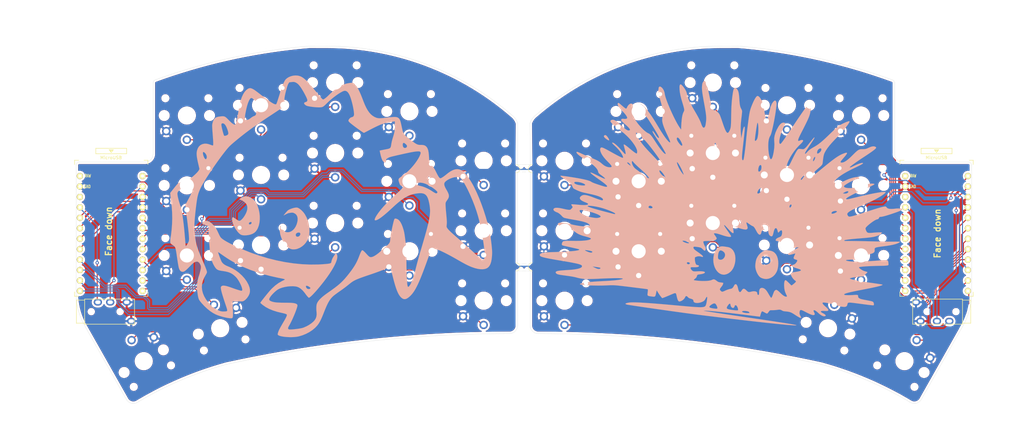
<source format=kicad_pcb>
(kicad_pcb (version 20211014) (generator pcbnew)
  (layers (0 "F.Cu" signal) (31 "B.Cu" signal) (34 "B.Paste" user) (35 "F.Paste" user) (36 "B.SilkS" user "B.Silkscreen") (37 "F.SilkS" user "F.Silkscreen") (38 "B.Mask" user) (39 "F.Mask" user) (44 "Edge.Cuts" user))
  (net 0 "")
  (net 1 "gnd")
  (net 2 "vcc")
  (net 3 "Switch18")
  (net 4 "reset")
  (net 5 "Switch1")
  (net 6 "Switch2")
  (net 7 "Switch3")
  (net 8 "Switch4")
  (net 9 "Switch5")
  (net 10 "Switch6")
  (net 11 "Switch7")
  (net 12 "Switch8")
  (net 13 "Switch9")
  (net 14 "Switch10")
  (net 15 "Switch11")
  (net 16 "Switch12")
  (net 17 "Switch13")
  (net 18 "Switch14")
  (net 19 "Switch15")
  (net 20 "Switch16")
  (net 21 "Switch17")
  (net 22 "raw")
  (net 23 "Switch18_r")
  (net 24 "reset_r")
  (net 25 "Switch9_r")
  (net 26 "Switch10_r")
  (net 27 "Switch11_r")
  (net 28 "Switch12_r")
  (net 29 "Switch13_r")
  (net 30 "Switch14_r")
  (net 31 "Switch15_r")
  (net 32 "Switch16_r")
  (net 33 "Switch17_r")
  (net 34 "Switch1_r")
  (net 35 "Switch2_r")
  (net 36 "Switch3_r")
  (net 37 "Switch4_r")
  (net 38 "Switch5_r")
  (net 39 "Switch6_r")
  (net 40 "Switch7_r")
  (net 41 "Switch8_r")
  (footprint "Kailh:TRRS-PJ-320A" (layer "F.Cu") (at 23.876 78.432 90)
    (fp_text reference "J1")
    (fp_text value "AudioJack4dpb" hide)
  )
  (footprint "Kailh:TRRS-PJ-320A" (layer "F.Cu") (at 236.982 78.432 -90)
    (fp_text reference "J2")
    (fp_text value "AudioJack4dpb" hide)
  )
  (footprint "Kailh:SW_PG1350_nonrev_DPB" (layer "F.Cu") (at 140.364 41.762)
    (fp_text reference "SW2" hide)
    (fp_text value "SW_Push" hide)
  )
  (footprint "Kailh:SW_PG1350_nonrev_DPB" (layer "F.Cu") (at 158.364 29.762)
    (fp_text reference "SW3" hide)
    (fp_text value "SW_Push" hide)
  )
  (footprint "Kailh:SW_PG1350_nonrev_DPB" (layer "F.Cu") (at 176.364 22.762)
    (fp_text reference "SW4" hide)
    (fp_text value "SW_Push" hide)
  )
  (footprint "Kailh:SW_PG1350_nonrev_DPB" (layer "F.Cu") (at 194.364 28.262)
    (fp_text reference "SW5" hide)
    (fp_text value "SW_Push" hide)
  )
  (footprint "Kailh:SW_PG1350_nonrev_DPB" (layer "F.Cu") (at 212.364 30.762)
    (fp_text reference "SW6" hide)
    (fp_text value "SW_Push" hide)
  )
  (footprint "Kailh:SW_PG1350_nonrev_DPB" (layer "F.Cu") (at 140.364 58.762)
    (fp_text reference "SW8" hide)
    (fp_text value "SW_Push" hide)
  )
  (footprint "Kailh:SW_PG1350_nonrev_DPB" (layer "F.Cu") (at 158.364 46.736)
    (fp_text reference "SW9" hide)
    (fp_text value "SW_Push" hide)
  )
  (footprint "Kailh:SW_PG1350_rev_DPB" (layer "F.Cu") (at 176.364 39.878)
    (fp_text reference "SW10" hide)
    (fp_text value "SW_Push" hide)
  )
  (footprint "Kailh:SW_PG1350_nonrev_DPB" (layer "F.Cu") (at 194.364 45.212)
    (fp_text reference "SW11" hide)
    (fp_text value "SW_Push" hide)
  )
  (footprint "Kailh:SW_PG1350_nonrev_DPB" (layer "F.Cu") (at 212.344 47.752)
    (fp_text reference "SW12" hide)
    (fp_text value "SW_Push" hide)
  )
  (footprint "Kailh:SW_PG1350_nonrev_DPB" (layer "F.Cu") (at 140.364 75.762)
    (fp_text reference "SW14" hide)
    (fp_text value "SW_Push" hide)
  )
  (footprint "Kailh:SW_PG1350_nonrev_DPB" (layer "F.Cu") (at 158.364 63.754)
    (fp_text reference "SW15" hide)
    (fp_text value "SW_Push" hide)
  )
  (footprint "Kailh:SW_PG1350_nonrev_DPB" (layer "F.Cu") (at 176.364 56.896)
    (fp_text reference "SW16" hide)
    (fp_text value "SW_Push" hide)
  )
  (footprint "Kailh:SW_PG1350_nonrev_DPB" (layer "F.Cu") (at 194.364 62.23)
    (fp_text reference "SW17" hide)
    (fp_text value "SW_Push" hide)
  )
  (footprint "Kailh:SW_PG1350_nonrev_DPB" (layer "F.Cu") (at 212.344 64.77)
    (fp_text reference "SW18" hide)
    (fp_text value "SW_Push" hide)
  )
  (footprint "Kailh:SW_PG1350_nonrev_DPB" (layer "F.Cu") (at 222.894 90.462 150)
    (fp_text reference "SW20" hide)
    (fp_text value "SW_Push" hide)
  )
  (footprint "Kailh:SW_PG1350_nonrev_DPB" (layer "F.Cu") (at 204.334 82.462 165)
    (fp_text reference "SW21" hide)
    (fp_text value "SW_Push" hide)
  )
  (footprint "Kailh:SW_PG1350_nonrev_DPB" (layer "F.Cu") (at 66.7 45.212)
    (fp_text reference "SW11_r1" hide)
    (fp_text value "SW_Push" hide)
  )
  (footprint "Kailh:SW_PG1350_nonrev_DPB" (layer "F.Cu") (at 48.686 47.752)
    (fp_text reference "SW12_r1" hide)
    (fp_text value "SW_Push" hide)
  )
  (footprint "Kailh:SW_PG1350_nonrev_DPB" (layer "F.Cu") (at 120.732 75.762)
    (fp_text reference "SW13_r1" hide)
    (fp_text value "SW_Push" hide)
  )
  (footprint "Kailh:SW_PG1350_nonrev_DPB" (layer "F.Cu") (at 84.688 56.896)
    (fp_text reference "SW15_r1" hide)
    (fp_text value "SW_Push" hide)
  )
  (footprint "Kailh:SW_PG1350_nonrev_DPB" (layer "F.Cu") (at 66.7 62.23)
    (fp_text reference "SW16_r1" hide)
    (fp_text value "SW_Push" hide)
  )
  (footprint "Kailh:SW_PG1350_nonrev_DPB" (layer "F.Cu") (at 48.686 64.77)
    (fp_text reference "SW17_r1" hide)
    (fp_text value "SW_Push" hide)
  )
  (footprint "Kailh:SW_PG1350_nonrev_DPB" (layer "F.Cu") (at 102.714 63.754)
    (fp_text reference "SW18_r1" hide)
    (fp_text value "SW_Push" hide)
  )
  (footprint "Kailh:SW_PG1350_nonrev_DPB" (layer "F.Cu") (at 120.732 41.762)
    (fp_text reference "SW2_r1" hide)
    (fp_text value "SW_Push" hide)
  )
  (footprint "Kailh:SW_PG1350_nonrev_DPB" (layer "F.Cu") (at 102.714 29.762)
    (fp_text reference "SW3_r1" hide)
    (fp_text value "SW_Push" hide)
  )
  (footprint "Kailh:SW_PG1350_nonrev_DPB" (layer "F.Cu") (at 84.688 22.762)
    (fp_text reference "SW4_r1" hide)
    (fp_text value "SW_Push" hide)
  )
  (footprint "Kailh:SW_PG1350_nonrev_DPB" (layer "F.Cu") (at 66.7 28.262)
    (fp_text reference "SW5_r1" hide)
    (fp_text value "SW_Push" hide)
  )
  (footprint "Kailh:SW_PG1350_nonrev_DPB" (layer "F.Cu") (at 48.686 30.762)
    (fp_text reference "SW6_r1" hide)
    (fp_text value "SW_Push" hide)
  )
  (footprint "Kailh:SW_PG1350_nonrev_DPB" (layer "F.Cu") (at 120.732 58.762)
    (fp_text reference "SW7_r1" hide)
    (fp_text value "SW_Push" hide)
  )
  (footprint "Kailh:SW_PG1350_nonrev_DPB" (layer "F.Cu") (at 102.714 46.736)
    (fp_text reference "SW8_r1" hide)
    (fp_text value "SW_Push" hide)
  )
  (footprint "Kailh:SW_PG1350_nonrev_DPB" (layer "F.Cu") (at 84.688 39.878)
    (fp_text reference "SW9_r1" hide)
    (fp_text value "SW_Push" hide)
  )
  (footprint "kbd:ProMicro_v3_min" (layer "F.Cu") (at 230.686 59.944)
    (fp_text reference "U1" hide)
    (fp_text value "ProMicro-kbd" hide)
  )
  (footprint "kbd:ProMicro_v3_min" (layer "F.Cu") (at 30.326 59.944)
    (fp_text reference "U2" hide)
    (fp_text value "ProMicro-kbd" hide)
  )
  (footprint "Kailh:SW_PG1350_nonrev_DPB" (layer "F.Cu") (at 56.778 82.462 -165)
    (fp_text reference "SW21_r1" hide)
    (fp_text value "SW_Push" hide)
  )
  (footprint "Kailh:SW_PG1350_nonrev_DPB" (layer "F.Cu") (at 38.218 90.462 -150)
    (fp_text reference "SW20_r1" hide)
    (fp_text value "SW_Push" hide)
  )
  (footprint "kbd:mouse-bite-2mm-slot-with-space-for-track" (layer "F.Cu") (at 130.556 67.564)
    (fp_text reference "mouse-bite-2mm-slot" hide)
    (fp_text value "VAL**" hide)
  )
  (footprint "kbd:mouse-bite-2mm-slot-with-space-for-track" (layer "F.Cu") (at 130.556 43.688)
    (fp_text reference "mouse-bite-2mm-slot" hide)
    (fp_text value "VAL**" hide)
  )
  (footprint "silkscreens:safe_rust" (layer "B.Cu") (at 80.613965 47.774094 -173)
    (fp_text reference "REF**" hide)
    (fp_text value "LOGO" hide)
  )
  (footprint "silkscreens:unsafe_rust" (layer "B.Cu") (at 180.92 54.1 172)
    (fp_text reference "REF**" hide)
    (fp_text value "LOGO" hide)
  )
  (gr_arc (start 21.792 42.822) (mid 22.01167 42.29167) (end 22.542 42.072) (layer "Edge.Cuts") (width 0.05))
  (gr_line (start 128.96 68.58) (end 128.975507 81.925022) (layer "Edge.Cuts") (width 0.05))
  (gr_arc (start 40.481955 22.819419) (mid 40.599921 22.415645) (end 40.91671 22.138889) (layer "Edge.Cuts") (width 0.05))
  (gr_arc (start 36.766 100.43) (mid 47.217512 95.103597) (end 58.294866 91.243946) (layer "Edge.Cuts") (width 0.05))
  (gr_arc (start 127.587 30.645) (mid 128.457071 31.540882) (end 129.013945 32.658702) (layer "Edge.Cuts") (width 0.05))
  (gr_arc (start 40.481999 40.143999) (mid 39.859467 41.525717) (end 38.446998 42.074917) (layer "Edge.Cuts") (width 0.05))
  (gr_arc (start 40.91671 22.138889) (mid 59.388121 16.755764) (end 78.412223 13.882679) (layer "Edge.Cuts") (width 0.05))
  (gr_arc (start 36.766 100.43) (mid 35.275005 100.70098) (end 34.034 99.831265) (layer "Edge.Cuts") (width 0.05))
  (gr_arc (start 58.294866 91.243946) (mid 92.415558 85.669555) (end 126.936 83.763119) (layer "Edge.Cuts") (width 0.05))
  (gr_arc (start 128.975507 81.925022) (mid 128.324689 83.253432) (end 126.936 83.763119) (layer "Edge.Cuts") (width 0.05))
  (gr_line (start 21.792 50.8) (end 21.792 58.928) (layer "Edge.Cuts") (width 0.05))
  (gr_line (start 40.481999 40.143999) (end 40.481955 22.819419) (layer "Edge.Cuts") (width 0.05))
  (gr_line (start 38.446998 42.074917) (end 22.542 42.072) (layer "Edge.Cuts") (width 0.05))
  (gr_arc (start 82.613611 13.888139) (mid 106.610476 18.213455) (end 127.587 30.645) (layer "Edge.Cuts") (width 0.05))
  (gr_line (start 23.526696 81.23815) (end 34.034 99.831265) (layer "Edge.Cuts") (width 0.05))
  (gr_arc (start 23.526696 81.23815) (mid 22.237087 77.675347) (end 21.78 73.914) (layer "Edge.Cuts") (width 0.05))
  (gr_line (start 78.412223 13.882679) (end 82.613611 13.888139) (layer "Edge.Cuts") (width 0.05))
  (gr_line (start 239.196 42.822) (end 239.196 50.8) (layer "Edge.Cuts") (width 0.05))
  (gr_line (start 21.792 42.822) (end 21.792 50.8) (layer "Edge.Cuts") (width 0.05))
  (gr_line (start 21.792 58.928) (end 21.792 66.294) (layer "Edge.Cuts") (width 0.05))
  (gr_line (start 21.792 66.294) (end 21.78 73.914) (layer "Edge.Cuts") (width 0.05))
  (gr_line (start 239.196 58.928) (end 239.196 67.818) (layer "Edge.Cuts") (width 0.05))
  (gr_line (start 239.196 67.818) (end 239.208 73.914) (layer "Edge.Cuts") (width 0.05))
  (gr_line (start 132.08 44.45) (end 128.96 44.45) (layer "Edge.Cuts") (width 0.05))
  (gr_line (start 129.013945 32.658702) (end 128.96 42.672) (layer "Edge.Cuts") (width 0.05))
  (gr_line (start 131.974055 32.658702) (end 132.08 42.672) (layer "Edge.Cuts") (width 0.05))
  (gr_line (start 132.08 42.672) (end 128.96 42.672) (layer "Edge.Cuts") (width 0.05))
  (gr_line (start 132.014 68.58) (end 128.96 68.58) (layer "Edge.Cuts") (width 0.05))
  (gr_line (start 132.08 66.802) (end 128.96 66.802) (layer "Edge.Cuts") (width 0.05))
  (gr_line (start 128.96 44.45) (end 128.96 66.802) (layer "Edge.Cuts") (width 0.05))
  (gr_line (start 132.08 44.45) (end 132.08 66.802) (layer "Edge.Cuts") (width 0.05))
  (gr_arc (start 222.541002 42.074917) (mid 221.128534 41.525716) (end 220.506001 40.143999) (layer "Edge.Cuts") (width 0.05))
  (gr_arc (start 202.693134 91.243946) (mid 213.770488 95.103597) (end 224.222 100.43) (layer "Edge.Cuts") (width 0.05))
  (gr_arc (start 239.208 73.914) (mid 238.750913 77.675347) (end 237.461304 81.23815) (layer "Edge.Cuts") (width 0.05))
  (gr_arc (start 182.575777 13.882679) (mid 201.599879 16.755764) (end 220.07129 22.138889) (layer "Edge.Cuts") (width 0.05))
  (gr_arc (start 134.052 83.763119) (mid 132.664573 83.254102) (end 132.014254 81.927024) (layer "Edge.Cuts") (width 0.05))
  (gr_arc (start 226.954 99.831265) (mid 225.712995 100.70098) (end 224.222 100.43) (layer "Edge.Cuts") (width 0.05))
  (gr_arc (start 220.07129 22.138889) (mid 220.388079 22.415645) (end 220.506045 22.819419) (layer "Edge.Cuts") (width 0.05))
  (gr_line (start 222.541002 42.074917) (end 238.446 42.072) (layer "Edge.Cuts") (width 0.05))
  (gr_arc (start 238.446 42.072) (mid 238.97633 42.29167) (end 239.196 42.822) (layer "Edge.Cuts") (width 0.05))
  (gr_arc (start 134.052 83.763119) (mid 168.572442 85.669554) (end 202.693134 91.243946) (layer "Edge.Cuts") (width 0.05))
  (gr_line (start 132.014 68.58) (end 132.014 81.927024) (layer "Edge.Cuts") (width 0.05))
  (gr_arc (start 131.974055 32.658702) (mid 132.530929 31.540882) (end 133.401 30.645) (layer "Edge.Cuts") (width 0.05))
  (gr_line (start 182.575777 13.882679) (end 178.374389 13.888139) (layer "Edge.Cuts") (width 0.05))
  (gr_arc (start 133.401 30.645) (mid 154.377524 18.213455) (end 178.374389 13.888139) (layer "Edge.Cuts") (width 0.05))
  (gr_line (start 239.196 50.8) (end 239.196 58.928) (layer "Edge.Cuts") (width 0.05))
  (gr_line (start 237.461304 81.23815) (end 226.954 99.831265) (layer "Edge.Cuts") (width 0.05))
  (gr_line (start 220.506001 40.143999) (end 220.506045 22.819419) (layer "Edge.Cuts") (width 0.05))
  (gr_text "Face down" (at 29.718 58.928 90) (layer "F.SilkS") (effects (font (size 1.5 1.5) (thickness 0.3))))
  (gr_text "Face down" (at 230.886 59.436 90) (layer "F.SilkS") (effects (font (size 1.5 1.5) (thickness 0.3))))
  (segment (start 225.712 75.902) (end 225.682 75.932) (width 0.25) (layer "F.Cu") (net 1))
  (segment (start 131.987987 67.389001) (end 135.364 64.012988) (width 0.25) (layer "B.Cu") (net 1))
  (segment (start 226.752 80.702) (end 226.782 80.732) (width 0.25) (layer "B.Cu") (net 1))
  (segment (start 226.762 80.712) (end 226.782 80.732) (width 0.25) (layer "B.Cu") (net 1))
  (segment (start 124.225012 62.562) (end 129.052013 67.389001) (width 0.25) (layer "B.Cu") (net 1))
  (segment (start 129.052013 67.389001) (end 131.987987 67.389001) (width 0.25) (layer "B.Cu") (net 1))
  (segment (start 117.431001 43.862999) (end 133.664999 43.862999) (width 0.25) (layer "B.Cu") (net 1))
  (segment (start 133.664999 43.862999) (end 135.364 45.562) (width 0.25) (layer "B.Cu") (net 1))
  (segment (start 135.364 64.012988) (end 135.364 62.562) (width 0.25) (layer "B.Cu") (net 1))
  (segment (start 115.732 45.562) (end 117.431001 43.862999) (width 0.25) (layer "B.Cu") (net 1))
  (segment (start 115.732 62.562) (end 124.225012 62.562) (width 0.25) (layer "B.Cu") (net 1))
  (segment (start 26.924 66.548) (end 26.924 75.78) (width 0.25) (layer "F.Cu") (net 2))
  (segment (start 26.924 75.78) (end 27.076 75.932) (width 0.25) (layer "F.Cu") (net 2))
  (via (at 26.924 66.548) (size 0.8) (drill 0.4) (layers "F.Cu" "B.Cu") (net 2))
  (segment (start 26.924 66.548) (end 26.924 66.802) (width 0.25) (layer "B.Cu") (net 2))
  (segment (start 229.108 81.534) (end 229.616 82.042) (width 0.25) (layer "B.Cu") (net 2))
  (segment (start 224.79 71.882) (end 224.79 54.5986) (width 0.25) (layer "B.Cu") (net 2))
  (segment (start 229.108 76.2) (end 224.79 71.882) (width 0.25) (layer "B.Cu") (net 2))
  (segment (start 224.79 54.5986) (end 223.2774 53.086) (width 0.25) (layer "B.Cu") (net 2))
  (segment (start 233.782 80.532) (end 232.849 81.465) (width 0.25) (layer "B.Cu") (net 2))
  (segment (start 229.108 76.2) (end 229.108 81.534) (width 0.25) (layer "B.Cu") (net 2))
  (segment (start 233.762 80.712) (end 233.782 80.732) (width 0.25) (layer "B.Cu") (net 2))
  (segment (start 229.616 82.042) (end 232.272 82.042) (width 0.25) (layer "B.Cu") (net 2))
  (segment (start 232.272 82.042) (end 232.849 81.465) (width 0.25) (layer "B.Cu") (net 2))
  (segment (start 22.5174 53.086) (end 26.924 57.4926) (width 0.25) (layer "B.Cu") (net 2))
  (segment (start 26.924 57.4926) (end 26.924 66.548) (width 0.25) (layer "B.Cu") (net 2))
  (segment (start 235.458 51.0454) (end 235.458 53.848) (width 0.25) (layer "F.Cu") (net 3))
  (segment (start 238.4974 48.006) (end 235.458 51.0454) (width 0.25) (layer "F.Cu") (net 3))
  (via (at 235.458 53.848) (size 0.8) (drill 0.4) (layers "F.Cu" "B.Cu") (net 3))
  (segment (start 235.458 53.848) (end 235.458 53.848) (width 0.25) (layer "B.Cu") (net 3))
  (segment (start 230.782 73.51) (end 235.458 68.834) (width 0.25) (layer "B.Cu") (net 3))
  (segment (start 235.458 68.834) (end 235.458 53.848) (width 0.25) (layer "B.Cu") (net 3))
  (segment (start 230.782 80.532) (end 230.782 73.51) (width 0.25) (layer "B.Cu") (net 3))
  (segment (start 217.932 45.212) (end 217.932 45.212) (width 0.25) (layer "F.Cu") (net 5))
  (segment (start 200.34801 40.07401) (end 203.454 43.18) (width 0.25) (layer "F.Cu") (net 5))
  (segment (start 163.656999 37.003001) (end 164.54799 36.11201) (width 0.25) (layer "F.Cu") (net 5))
  (segment (start 218.92596 43.41196) (end 218.92596 44.21804) (width 0.25) (layer "F.Cu") (net 5))
  (segment (start 157.462953 37.003001) (end 163.656999 37.003001) (width 0.25) (layer "F.Cu") (net 5))
  (segment (start 189.1112 38.74602) (end 197.03879 38.74602) (width 0.25) (layer "F.Cu") (net 5))
  (segment (start 170.149728 33.528) (end 183.89318 33.528) (width 0.25) (layer "F.Cu") (net 5))
  (segment (start 146.803954 47.662) (end 157.462953 37.003001) (width 0.25) (layer "F.Cu") (net 5))
  (segment (start 198.36678 40.07401) (end 200.34801 40.07401) (width 0.25) (layer "F.Cu") (net 5))
  (segment (start 167.565719 36.112009) (end 170.149728 33.528) (width 0.25) (layer "F.Cu") (net 5))
  (segment (start 140.364 47.662) (end 146.803954 47.662) (width 0.25) (layer "F.Cu") (net 5))
  (segment (start 205.994 43.18) (end 206.502 42.672) (width 0.25) (layer "F.Cu") (net 5))
  (segment (start 203.454 43.18) (end 205.994 43.18) (width 0.25) (layer "F.Cu") (net 5))
  (segment (start 218.186 42.672) (end 218.92596 43.41196) (width 0.25) (layer "F.Cu") (net 5))
  (segment (start 183.89318 33.528) (end 189.1112 38.74602) (width 0.25) (layer "F.Cu") (net 5))
  (segment (start 218.92596 44.21804) (end 217.932 45.212) (width 0.25) (layer "F.Cu") (net 5))
  (segment (start 238.183495 68.639905) (end 238.4974 68.326) (width 0.25) (layer "F.Cu") (net 5))
  (segment (start 197.03879 38.74602) (end 198.36678 40.07401) (width 0.25) (layer "F.Cu") (net 5))
  (segment (start 206.502 42.672) (end 218.186 42.672) (width 0.25) (layer "F.Cu") (net 5))
  (segment (start 164.54799 36.11201) (end 167.565719 36.112009) (width 0.25) (layer "F.Cu") (net 5))
  (via (at 217.932 45.212) (size 0.8) (drill 0.4) (layers "F.Cu" "B.Cu") (net 5))
  (segment (start 223.433163 46.553001) (end 219.273001 46.553001) (width 0.25) (layer "B.Cu") (net 5))
  (segment (start 219.273001 46.553001) (end 217.932 45.212) (width 0.25) (layer "B.Cu") (net 5))
  (segment (start 226.646919 48.338919) (end 225.219081 48.338919) (width 0.25) (layer "B.Cu") (net 5))
  (segment (start 236.9777 50.8043) (end 235.9531 49.7797) (width 0.25) (layer "B.Cu") (net 5))
  (segment (start 236.9777 66.8063) (end 236.9777 50.8043) (width 0.25) (layer "B.Cu") (net 5))
  (segment (start 238.4974 68.326) (end 236.9777 66.8063) (width 0.25) (layer "B.Cu") (net 5))
  (segment (start 235.9531 49.7797) (end 228.0877 49.7797) (width 0.25) (layer "B.Cu") (net 5))
  (segment (start 225.219081 48.338919) (end 223.433163 46.553001) (width 0.25) (layer "B.Cu") (net 5))
  (segment (start 228.0877 49.7797) (end 226.646919 48.338919) (width 0.25) (layer "B.Cu") (net 5))
  (segment (start 164.361591 35.662001) (end 167.379317 35.662001) (width 0.25) (layer "F.Cu") (net 6))
  (segment (start 198.46359 39.53441) (end 198.97159 39.53441) (width 0.25) (layer "F.Cu") (net 6))
  (segment (start 170.021318 33.02) (end 184.02159 33.02) (width 0.25) (layer "F.Cu") (net 6))
  (segment (start 200.534411 39.624001) (end 203.58241 42.672) (width 0.25) (layer "F.Cu") (net 6))
  (segment (start 221.742 62.738) (end 222.25 63.246) (width 0.25) (layer "F.Cu") (net 6))
  (segment (start 221.742 60.452) (end 221.742 62.738) (width 0.25) (layer "F.Cu") (net 6))
  (segment (start 158.364 35.662) (end 158.852 35.662) (width 0.25) (layer "F.Cu") (net 6))
  (segment (start 189.2976 38.29601) (end 197.22519 38.29601) (width 0.25) (layer "F.Cu") (net 6))
  (segment (start 159.742991 36.552991) (end 163.470599 36.552991) (width 0.25) (layer "F.Cu") (net 6))
  (segment (start 167.379317 35.662001) (end 170.021318 33.02) (width 0.25) (layer "F.Cu") (net 6))
  (segment (start 222.25 63.246) (end 223.0774 63.246) (width 0.25) (layer "F.Cu") (net 6))
  (segment (start 199.06118 39.624) (end 200.534411 39.624001) (width 0.25) (layer "F.Cu") (net 6))
  (segment (start 206.441189 42.096401) (end 218.751991 42.096401) (width 0.25) (layer "F.Cu") (net 6))
  (segment (start 197.22519 38.29601) (end 198.46359 39.53441) (width 0.25) (layer "F.Cu") (net 6))
  (segment (start 218.751991 42.096401) (end 219.37597 42.72038) (width 0.25) (layer "F.Cu") (net 6))
  (segment (start 163.470599 36.552991) (end 164.361591 35.662001) (width 0.25) (layer "F.Cu") (net 6))
  (segment (start 219.37597 42.72038) (end 219.37597 58.08597) (width 0.25) (layer "F.Cu") (net 6))
  (segment (start 203.58241 42.672) (end 205.86559 42.672) (width 0.25) (layer "F.Cu") (net 6))
  (segment (start 184.02159 33.02) (end 189.2976 38.29601) (width 0.25) (layer "F.Cu") (net 6))
  (segment (start 198.97159 39.53441) (end 199.06118 39.624) (width 0.25) (layer "F.Cu") (net 6))
  (segment (start 158.852 35.662) (end 159.742991 36.552991) (width 0.25) (layer "F.Cu") (net 6))
  (segment (start 205.86559 42.672) (end 206.441189 42.096401) (width 0.25) (layer "F.Cu") (net 6))
  (segment (start 219.37597 58.08597) (end 221.742 60.452) (width 0.25) (layer "F.Cu") (net 6))
  (segment (start 203.76881 42.22199) (end 205.67919 42.22199) (width 0.25) (layer "F.Cu") (net 7))
  (segment (start 198.6236 39.05801) (end 200.71799 39.05801) (width 0.25) (layer "F.Cu") (net 7))
  (segment (start 200.71799 39.17117) (end 203.76881 42.22199) (width 0.25) (layer "F.Cu") (net 7))
  (segment (start 218.938392 41.646392) (end 219.82598 42.53398) (width 0.25) (layer "F.Cu") (net 7))
  (segment (start 219.82598 42.53398) (end 219.82598 57.25458) (width 0.25) (layer "F.Cu") (net 7))
  (segment (start 200.71799 39.05801) (end 200.71799 39.17117) (width 0.25) (layer "F.Cu") (net 7))
  (segment (start 176.364 28.662) (end 180.27199 32.56999) (width 0.25) (layer "F.Cu") (net 7))
  (segment (start 180.27199 32.56999) (end 184.20799 32.56999) (width 0.25) (layer "F.Cu") (net 7))
  (segment (start 184.20799 32.56999) (end 189.484 37.846) (width 0.25) (layer "F.Cu") (net 7))
  (segment (start 205.67919 42.22199) (end 206.254788 41.646392) (width 0.25) (layer "F.Cu") (net 7))
  (segment (start 189.484 37.846) (end 197.41159 37.846) (width 0.25) (layer "F.Cu") (net 7))
  (segment (start 197.41159 37.846) (end 198.6236 39.05801) (width 0.25) (layer "F.Cu") (net 7))
  (segment (start 206.254788 41.646392) (end 218.938392 41.646392) (width 0.25) (layer "F.Cu") (net 7))
  (segment (start 219.82598 57.25458) (end 223.2774 60.706) (width 0.25) (layer "F.Cu") (net 7))
  (segment (start 200.904391 38.608001) (end 201.168 38.87161) (width 0.25) (layer "F.Cu") (net 8))
  (segment (start 220.27599 42.22199) (end 220.27599 55.16459) (width 0.25) (layer "F.Cu") (net 8))
  (segment (start 201.168 38.87161) (end 201.168 38.98477) (width 0.25) (layer "F.Cu") (net 8))
  (segment (start 206.068388 41.196382) (end 219.250382 41.196382) (width 0.25) (layer "F.Cu") (net 8))
  (segment (start 203.95521 41.77198) (end 205.49279 41.77198) (width 0.25) (layer "F.Cu") (net 8))
  (segment (start 201.168 38.98477) (end 203.95521 41.77198) (width 0.25) (layer "F.Cu") (net 8))
  (segment (start 219.250382 41.196382) (end 220.27599 42.22199) (width 0.25) (layer "F.Cu") (net 8))
  (segment (start 220.27599 55.16459) (end 223.2774 58.166) (width 0.25) (layer "F.Cu") (net 8))
  (segment (start 198.81 38.608) (end 200.904391 38.608001) (width 0.25) (layer "F.Cu") (net 8))
  (segment (start 205.49279 41.77198) (end 206.068388 41.196382) (width 0.25) (layer "F.Cu") (net 8))
  (segment (start 194.364 34.162) (end 198.81 38.608) (width 0.25) (layer "F.Cu") (net 8))
  (segment (start 212.364 36.662) (end 216.448372 40.746372) (width 0.25) (layer "F.Cu") (net 9))
  (segment (start 220.726 53.0746) (end 223.2774 55.626) (width 0.25) (layer "F.Cu") (net 9))
  (segment (start 220.726 41.656) (end 220.726 53.0746) (width 0.25) (layer "F.Cu") (net 9))
  (segment (start 219.816372 40.746372) (end 220.726 41.656) (width 0.25) (layer "F.Cu") (net 9))
  (segment (start 216.448372 40.746372) (end 219.816372 40.746372) (width 0.25) (layer "F.Cu") (net 9))
  (segment (start 167.246918 52.18599) (end 175.445919 43.986989) (width 0.25) (layer "F.Cu") (net 10))
  (segment (start 221.11802 60.46443) (end 221.11802 64.90802) (width 0.25) (layer "F.Cu") (net 10))
  (segment (start 193.29352 48.87098) (end 197.717801 48.870981) (width 0.25) (layer "F.Cu") (net 10))
  (segment (start 160.64399 52.18599) (end 167.246918 52.18599) (width 0.25) (layer "F.Cu") (net 10))
  (segment (start 157.847659 51.167659) (end 159.625659 51.167659) (width 0.25) (layer "F.Cu") (net 10))
  (segment (start 221.996 65.786) (end 223.0774 65.786) (width 0.25) (layer "F.Cu") (net 10))
  (segment (start 177.106082 43.98699) (end 180.605546 47.486454) (width 0.25) (layer "F.Cu") (net 10))
  (segment (start 180.605546 48.779546) (end 183.19199 51.36599) (width 0.25) (layer "F.Cu") (net 10))
  (segment (start 159.625659 51.167659) (end 160.64399 52.18599) (width 0.25) (layer "F.Cu") (net 10))
  (segment (start 140.364 64.662) (end 144.353318 64.662) (width 0.25) (layer "F.Cu") (net 10))
  (segment (start 218.173571 57.519981) (end 221.042795 60.389205) (width 0.25) (layer "F.Cu") (net 10))
  (segment (start 221.11802 64.90802) (end 221.996 65.786) (width 0.25) (layer "F.Cu") (net 10))
  (segment (start 206.366801 57.519981) (end 218.173571 57.519981) (width 0.25) (layer "F.Cu") (net 10))
  (segment (start 197.717801 48.870981) (end 206.366801 57.519981) (width 0.25) (layer "F.Cu") (net 10))
  (segment (start 175.445919 43.986989) (end 177.106082 43.98699) (width 0.25) (layer "F.Cu") (net 10))
  (segment (start 221.042795 60.389205) (end 221.11802 60.46443) (width 0.25) (layer "F.Cu") (net 10))
  (segment (start 183.19199 51.36599) (end 190.798508 51.36599) (width 0.25) (layer "F.Cu") (net 10))
  (segment (start 190.798508 51.36599) (end 193.29352 48.87098) (width 0.25) (layer "F.Cu") (net 10))
  (segment (start 180.605546 47.486454) (end 180.605546 48.779546) (width 0.25) (layer "F.Cu") (net 10))
  (segment (start 144.353318 64.662) (end 157.847659 51.167659) (width 0.25) (layer "F.Cu") (net 10))
  (segment (start 175.632319 44.436999) (end 176.919681 44.436999) (width 0.25) (layer "F.Cu") (net 11))
  (segment (start 217.987171 57.969991) (end 220.47059 60.45341) (width 0.25) (layer "F.Cu") (net 11))
  (segment (start 193.479919 49.320989) (end 197.5314 49.32099) (width 0.25) (layer "F.Cu") (net 11))
  (segment (start 190.984908 51.816) (end 193.479919 49.320989) (width 0.25) (layer "F.Cu") (net 11))
  (segment (start 180.086 47.603318) (end 180.086 48.95159) (width 0.25) (layer "F.Cu") (net 11))
  (segment (start 220.66801 65.91661) (end 223.0774 68.326) (width 0.25) (layer "F.Cu") (net 11))
  (segment (start 180.086 48.95159) (end 182.95041 51.816) (width 0.25) (layer "F.Cu") (net 11))
  (segment (start 220.47059 60.45341) (end 220.66801 60.65083) (width 0.25) (layer "F.Cu") (net 11))
  (segment (start 197.5314 49.32099) (end 206.1804 57.96999) (width 0.25) (layer "F.Cu") (net 11))
  (segment (start 158.364 52.636) (end 167.433318 52.636) (width 0.25) (layer "F.Cu") (net 11))
  (segment (start 220.66801 60.65083) (end 220.66801 65.91661) (width 0.25) (layer "F.Cu") (net 11))
  (segment (start 167.433318 52.636) (end 175.632319 44.436999) (width 0.25) (layer "F.Cu") (net 11))
  (segment (start 176.919681 44.436999) (end 180.086 47.603318) (width 0.25) (layer "F.Cu") (net 11))
  (segment (start 182.95041 51.816) (end 190.984908 51.816) (width 0.25) (layer "F.Cu") (net 11))
  (segment (start 206.1804 57.96999) (end 217.987171 57.969991) (width 0.25) (layer "F.Cu") (net 11))
  (segment (start 193.666319 49.770999) (end 197.344999 49.770999) (width 0.25) (layer "F.Cu") (net 12))
  (segment (start 179.63599 47.789718) (end 179.63599 49.13799) (width 0.25) (layer "F.Cu") (net 12))
  (segment (start 190.984317 52.453001) (end 193.666319 49.770999) (width 0.25) (layer "F.Cu") (net 12))
  (segment (start 220.152385 60.771615) (end 220.152385 61.019975) (width 0.25) (layer "F.Cu") (net 12))
  (segment (start 176.276 45.778) (end 177.624272 45.778) (width 0.25) (layer "F.Cu") (net 12))
  (segment (start 197.344999 49.770999) (end 205.994 58.42) (width 0.25) (layer "F.Cu") (net 12))
  (segment (start 182.951001 52.453001) (end 190.984317 52.453001) (width 0.25) (layer "F.Cu") (net 12))
  (segment (start 220.218 61.08559) (end 220.218 68.0066) (width 0.25) (layer "F.Cu") (net 12))
  (segment (start 205.994 58.42) (end 217.80077 58.42) (width 0.25) (layer "F.Cu") (net 12))
  (segment (start 217.80077 58.42) (end 220.152385 60.771615) (width 0.25) (layer "F.Cu") (net 12))
  (segment (start 179.63599 49.13799) (end 182.951001 52.453001) (width 0.25) (layer "F.Cu") (net 12))
  (segment (start 177.624272 45.778) (end 179.63599 47.789718) (width 0.25) (layer "F.Cu") (net 12))
  (segment (start 220.218 68.0066) (end 223.0774 70.866) (width 0.25) (layer "F.Cu") (net 12))
  (segment (start 220.152385 61.019975) (end 220.218 61.08559) (width 0.25) (layer "F.Cu") (net 12))
  (segment (start 219.71 61.214) (end 219.71 69.8386) (width 0.25) (layer "F.Cu") (net 13))
  (segment (start 219.71 69.8386) (end 222.2557 72.3843) (width 0.25) (layer "F.Cu") (net 13))
  (segment (start 222.2557 72.3843) (end 223.2774 73.406) (width 0.25) (layer "F.Cu") (net 13))
  (segment (start 205.8076 58.87001) (end 216.09601 58.87001) (width 0.25) (layer "F.Cu") (net 13))
  (segment (start 194.31 51.112) (end 195.74684 51.112) (width 0.25) (layer "F.Cu") (net 13))
  (segment (start 197.158599 50.221009) (end 205.8076 58.87001) (width 0.25) (layer "F.Cu") (net 13))
  (segment (start 216.154 58.928) (end 217.424 58.928) (width 0.25) (layer "F.Cu") (net 13))
  (segment (start 195.74684 51.112) (end 196.637831 50.221009) (width 0.25) (layer "F.Cu") (net 13))
  (segment (start 216.09601 58.87001) (end 216.154 58.928) (width 0.25) (layer "F.Cu") (net 13))
  (segment (start 196.637831 50.221009) (end 197.158599 50.221009) (width 0.25) (layer "F.Cu") (net 13))
  (segment (start 217.424 58.928) (end 219.71 61.214) (width 0.25) (layer "F.Cu") (net 13))
  (segment (start 238.4974 45.466) (end 234.188 49.7754) (width 0.25) (layer "F.Cu") (net 14))
  (segment (start 234.188 49.7754) (end 234.188 50.8) (width 0.25) (layer "F.Cu") (net 14))
  (via (at 234.188 50.8) (size 0.8) (drill 0.4) (layers "F.Cu" "B.Cu") (net 14))
  (segment (start 234.188 50.8) (end 234.188 50.8) (width 0.25) (layer "B.Cu") (net 14))
  (segment (start 220.218 49.276) (end 224.678002 49.276) (width 0.25) (layer "B.Cu") (net 14))
  (segment (start 227.401001 51.998999) (end 232.989001 51.998999) (width 0.25) (layer "B.Cu") (net 14))
  (segment (start 217.495001 51.998999) (end 220.218 49.276) (width 0.25) (layer "B.Cu") (net 14))
  (segment (start 212.344 53.652) (end 213.997001 51.998999) (width 0.25) (layer "B.Cu") (net 14))
  (segment (start 232.989001 51.998999) (end 234.188 50.8) (width 0.25) (layer "B.Cu") (net 14))
  (segment (start 213.997001 51.998999) (end 217.495001 51.998999) (width 0.25) (layer "B.Cu") (net 14))
  (segment (start 224.678002 49.276) (end 227.401001 51.998999) (width 0.25) (layer "B.Cu") (net 14))
  (segment (start 185.742659 64.447341) (end 185.742659 63.568659) (width 0.25) (layer "F.Cu") (net 15))
  (segment (start 204.77238 71.29397) (end 203.65001 70.1716) (width 0.25) (layer "F.Cu") (net 15))
  (segment (start 177.336989 61.004989) (end 175.445919 61.004989) (width 0.25) (layer "F.Cu") (net 15))
  (segment (start 149.76158 71.16126) (end 148.68842 72.23442) (width 0.25) (layer "F.Cu") (net 15))
  (segment (start 229.108 70.612) (end 228.764865 70.955135) (width 0.25) (layer "F.Cu") (net 15))
  (segment (start 225.144176 73.406) (end 223.874176 74.676) (width 0.25) (layer "F.Cu") (net 15))
  (segment (start 149.81874 71.16126) (end 149.76158 71.16126) (width 0.25) (layer "F.Cu") (net 15))
  (segment (start 173.216454 63.234454) (end 167.397546 63.234454) (width 0.25) (layer "F.Cu") (net 15))
  (segment (start 185.742659 63.568659) (end 184.069978 61.895978) (width 0.25) (layer "F.Cu") (net 15))
  (segment (start 193.418526 65.763972) (end 190.856498 68.326) (width 0.25) (layer "F.Cu") (net 15))
  (segment (start 190.856498 68.326) (end 189.621318 68.326) (width 0.25) (layer "F.Cu") (net 15))
  (segment (start 228.72559 73.406) (end 225.144176 73.406) (width 0.25) (layer "F.Cu") (net 15))
  (segment (start 236.310379 57.613021) (end 238.2974 55.626) (width 0.25) (layer "F.Cu") (net 15))
  (segment (start 217.424 73.152) (end 215.78402 71.51202) (width 0.25) (layer "F.Cu") (net 15))
  (segment (start 202.926793 65.763973) (end 193.418526 65.763972) (width 0.25) (layer "F.Cu") (net 15))
  (segment (start 189.621318 68.326) (end 185.742659 64.447341) (width 0.25) (layer "F.Cu") (net 15))
  (segment (start 148.68842 77.11758) (end 144.144 81.662) (width 0.25) (layer "F.Cu") (net 15))
  (segment (start 229.316717 70.403283) (end 229.108 70.612) (width 0.25) (layer "F.Cu") (net 15))
  (segment (start 144.144 81.662) (end 140.364 81.662) (width 0.25) (layer "F.Cu") (net 15))
  (segment (start 167.397546 63.234454) (end 162.319001 68.312999) (width 0.25) (layer "F.Cu") (net 15))
  (segment (start 213.932204 67.978972) (end 211.141118 67.978972) (width 0.25) (layer "F.Cu") (net 15))
  (segment (start 228.764865 70.955135) (end 228.764865 73.366725) (width 0.25) (layer "F.Cu") (net 15))
  (segment (start 178.227978 61.895978) (end 177.336989 61.004989) (width 0.25) (layer "F.Cu") (net 15))
  (segment (start 211.141118 67.978972) (end 207.82612 71.29397) (width 0.25) (layer "F.Cu") (net 15))
  (segment (start 229.20295 70.612) (end 236.310379 63.504571) (width 0.25) (layer "F.Cu") (net 15))
  (segment (start 223.874176 74.676) (end 222.758 74.676) (width 0.25) (layer "F.Cu") (net 15))
  (segment (start 162.319001 68.312999) (end 155.149841 68.312999) (width 0.25) (layer "F.Cu") (net 15))
  (segment (start 150.46642 70.51358) (end 149.81874 71.16126) (width 0.25) (layer "F.Cu") (net 15))
  (segment (start 228.764865 73.366725) (end 228.72559 73.406) (width 0.25) (layer "F.Cu") (net 15))
  (segment (start 175.445919 61.004989) (end 173.216454 63.234454) (width 0.25) (layer "F.Cu") (net 15))
  (segment (start 215.78402 71.51202) (end 215.78402 69.830788) (width 0.25) (layer "F.Cu") (net 15))
  (segment (start 155.149841 68.312999) (end 152.94926 70.51358) (width 0.25) (layer "F.Cu") (net 15))
  (segment (start 229.430887 70.403283) (end 229.316717 70.403283) (width 0.25) (layer "F.Cu") (net 15))
  (segment (start 215.78402 69.830788) (end 213.932204 67.978972) (width 0.25) (layer "F.Cu") (net 15))
  (segment (start 148.68842 72.23442) (end 148.68842 77.11758) (width 0.25) (layer "F.Cu") (net 15))
  (segment (start 207.82612 71.29397) (end 204.77238 71.29397) (width 0.25) (layer "F.Cu") (net 15))
  (segment (start 184.069978 61.895978) (end 178.227978 61.895978) (width 0.25) (layer "F.Cu") (net 15))
  (segment (start 221.234 73.152) (end 217.424 73.152) (width 0.25) (layer "F.Cu") (net 15))
  (segment (start 236.310379 63.504571) (end 236.310379 57.613021) (width 0.25) (layer "F.Cu") (net 15))
  (segment (start 203.65001 66.48719) (end 202.926793 65.763973) (width 0.25) (layer "F.Cu") (net 15))
  (segment (start 203.65001 70.1716) (end 203.65001 66.48719) (width 0.25) (layer "F.Cu") (net 15))
  (segment (start 152.94926 70.51358) (end 150.46642 70.51358) (width 0.25) (layer "F.Cu") (net 15))
  (segment (start 222.758 74.676) (end 221.234 73.152) (width 0.25) (layer "F.Cu") (net 15))
  (segment (start 229.108 70.612) (end 229.20295 70.612) (width 0.25) (layer "F.Cu") (net 15))
  (segment (start 203.004002 66.743998) (end 203.004002 66.860002) (width 0.25) (layer "F.Cu") (net 16))
  (segment (start 177.91599 62.34599) (end 178.806401 62.345991) (width 0.25) (layer "F.Cu") (net 16))
  (segment (start 202.740392 66.213982) (end 203.004002 66.477592) (width 0.25) (layer "F.Cu") (net 16))
  (segment (start 211.32752 68.42898) (end 213.745803 68.428981) (width 0.25) (layer "F.Cu") (net 16))
  (segment (start 193.604926 66.213982) (end 202.740392 66.213982) (width 0.25) (layer "F.Cu") (net 16))
  (segment (start 178.806401 62.345991) (end 183.780009 62.345991) (width 0.25) (layer "F.Cu") (net 16))
  (segment (start 229.598067 70.853293) (end 229.617287 70.853293) (width 0.25) (layer "F.Cu") (net 16))
  (segment (start 183.883578 62.345988) (end 185.292649 63.755059) (width 0.25) (layer "F.Cu") (net 16))
  (segment (start 236.760389 59.703011) (end 238.2974 58.166) (width 0.25) (layer "F.Cu") (net 16))
  (segment (start 203.004002 66.477592) (end 203.004002 66.860002) (width 0.25) (layer "F.Cu") (net 16))
  (segment (start 203.004002 70.162002) (end 204.58598 71.74398) (width 0.25) (layer "F.Cu") (net 16))
  (segment (start 213.745803 68.428981) (end 215.33401 70.017188) (width 0.25) (layer "F.Cu") (net 16))
  (segment (start 189.434918 68.77601) (end 191.042898 68.77601) (width 0.25) (layer "F.Cu") (net 16))
  (segment (start 224.015293 75.171293) (end 225.272586 73.914) (width 0.25) (layer "F.Cu") (net 16))
  (segment (start 183.780009 62.345991) (end 183.780012 62.345988) (width 0.25) (layer "F.Cu") (net 16))
  (segment (start 208.01252 71.74398) (end 211.32752 68.42898) (width 0.25) (layer "F.Cu") (net 16))
  (segment (start 229.617287 70.853293) (end 236.760389 63.710191) (width 0.25) (layer "F.Cu") (net 16))
  (segment (start 203.004002 66.860002) (end 203.004002 70.162002) (width 0.25) (layer "F.Cu") (net 16))
  (segment (start 215.33401 71.75078) (end 217.206615 73.623385) (width 0.25) (layer "F.Cu") (net 16))
  (segment (start 185.292649 63.755059) (end 185.292649 64.633741) (width 0.25) (layer "F.Cu") (net 16))
  (segment (start 177.051001 61.481001) (end 177.91599 62.34599) (width 0.25) (layer "F.Cu") (net 16))
  (segment (start 173.402854 63.684464) (end 175.632319 61.454999) (width 0.25) (layer "F.Cu") (net 16))
  (segment (start 221.068975 73.623385) (end 222.616883 75.171293) (width 0.25) (layer "F.Cu") (net 16))
  (segment (start 175.632319 61.454999) (end 177.051001 61.454999) (width 0.25) (layer "F.Cu") (net 16))
  (segment (start 215.33401 70.017188) (end 215.33401 71.75078) (width 0.25) (layer "F.Cu") (net 16))
  (segment (start 217.206615 73.623385) (end 221.068975 73.623385) (width 0.25) (layer "F.Cu") (net 16))
  (segment (start 229.214875 73.553125) (end 229.214875 71.236485) (width 0.25) (layer "F.Cu") (net 16))
  (segment (start 167.583946 63.684464) (end 173.402854 63.684464) (width 0.25) (layer "F.Cu") (net 16))
  (segment (start 225.272586 73.914) (end 228.854 73.914) (width 0.25) (layer "F.Cu") (net 16))
  (segment (start 228.854 73.914) (end 229.214875 73.553125) (width 0.25) (layer "F.Cu") (net 16))
  (segment (start 204.58598 71.74398) (end 208.01252 71.74398) (width 0.25) (layer "F.Cu") (net 16))
  (segment (start 177.051001 61.454999) (end 177.051001 61.481001) (width 0.25) (layer "F.Cu") (net 16))
  (segment (start 229.214875 71.236485) (end 229.598067 70.853293) (width 0.25) (layer "F.Cu") (net 16))
  (segment (start 185.292649 64.633741) (end 189.434918 68.77601) (width 0.25) (layer "F.Cu") (net 16))
  (segment (start 222.616883 75.171293) (end 224.015293 75.171293) (width 0.25) (layer "F.Cu") (net 16))
  (segment (start 183.780012 62.345988) (end 183.883578 62.345988) (width 0.25) (layer "F.Cu") (net 16))
  (segment (start 161.61441 69.654) (end 167.583946 63.684464) (width 0.25) (layer "F.Cu") (net 16))
  (segment (start 158.364 69.654) (end 161.61441 69.654) (width 0.25) (layer "F.Cu") (net 16))
  (segment (start 236.760389 63.710191) (end 236.760389 59.703011) (width 0.25) (layer "F.Cu") (net 16))
  (segment (start 191.042898 68.77601) (end 193.604926 66.213982) (width 0.25) (layer "F.Cu") (net 16))
  (segment (start 229.664885 71.422885) (end 229.664884 73.739526) (width 0.25) (layer "F.Cu") (net 17))
  (segment (start 214.884 71.93718) (end 214.884 70.203588) (width 0.25) (layer "F.Cu") (net 17))
  (segment (start 217.42682 78.74) (end 216.09601 77.40919) (width 0.25) (layer "F.Cu") (net 17))
  (segment (start 184.84264 64.820142) (end 184.842639 64.192639) (width 0.25) (layer "F.Cu") (net 17))
  (segment (start 228.33921 75.69597) (end 226.18559 77.84959) (width 0.25) (layer "F.Cu") (net 17))
  (segment (start 189.248518 69.22602) (end 184.84264 64.820142) (width 0.25) (layer "F.Cu") (net 17))
  (segment (start 237.210399 63.896591) (end 229.684105 71.422885) (width 0.25) (layer "F.Cu") (net 17))
  (segment (start 216.131215 74.952785) (end 216.131215 73.184395) (width 0.25) (layer "F.Cu") (net 17))
  (segment (start 216.131215 73.184395) (end 214.884 71.93718) (width 0.25) (layer "F.Cu") (net 17))
  (segment (start 213.559402 68.87899) (end 211.513919 68.878989) (width 0.25) (layer "F.Cu") (net 17))
  (segment (start 216.09601 77.40919) (end 216.09601 74.98799) (width 0.25) (layer "F.Cu") (net 17))
  (segment (start 211.513919 68.878989) (end 208.198918 72.19399) (width 0.25) (layer "F.Cu") (net 17))
  (segment (start 229.664884 73.739526) (end 228.33921 75.0652) (width 0.25) (layer "F.Cu") (net 17))
  (segment (start 225.552 78.48318) (end 220.47482 78.48318) (width 0.25) (layer "F.Cu") (net 17))
  (segment (start 214.884 70.203588) (end 213.559402 68.87899) (width 0.25) (layer "F.Cu") (net 17))
  (segment (start 193.791326 66.663992) (end 191.229298 69.22602) (width 0.25) (layer "F.Cu") (net 17))
  (segment (start 229.684105 71.422885) (end 229.664885 71.422885) (width 0.25) (layer "F.Cu") (net 17))
  (segment (start 204.27399 72.19399) (end 202.553992 70.473992) (width 0.25) (layer "F.Cu") (net 17))
  (segment (start 202.553992 70.473992) (end 202.553992 66.663992) (width 0.25) (layer "F.Cu") (net 17))
  (segment (start 220.218 78.74) (end 217.42682 78.74) (width 0.25) (layer "F.Cu") (net 17))
  (segment (start 237.210399 61.793001) (end 237.210399 63.896591) (width 0.25) (layer "F.Cu") (net 17))
  (segment (start 202.553992 66.663992) (end 193.791326 66.663992) (width 0.25) (layer "F.Cu") (net 17))
  (segment (start 220.47482 78.48318) (end 220.218 78.74) (width 0.25) (layer "F.Cu") (net 17))
  (segment (start 226.31259 77.72259) (end 226.18559 77.84959) (width 0.25) (layer "F.Cu") (net 17))
  (segment (start 228.33921 75.0652) (end 228.33921 75.69597) (width 0.25) (layer "F.Cu") (net 17))
  (segment (start 191.229298 69.22602) (end 189.248518 69.22602) (width 0.25) (layer "F.Cu") (net 17))
  (segment (start 226.18559 77.84959) (end 225.552 78.48318) (width 0.25) (layer "F.Cu") (net 17))
  (segment (start 238.222572 60.706) (end 238.4974 60.706) (width 0.25) (layer "F.Cu") (net 17))
  (segment (start 208.198918 72.19399) (end 204.27399 72.19399) (width 0.25) (layer "F.Cu") (net 17))
  (segment (start 238.2974 60.706) (end 237.210399 61.793001) (width 0.25) (layer "F.Cu") (net 17))
  (segment (start 183.446 62.796) (end 176.276 62.796) (width 0.25) (layer "F.Cu") (net 17))
  (segment (start 184.842639 64.192639) (end 183.446 62.796) (width 0.25) (layer "F.Cu") (net 17))
  (segment (start 216.09601 74.98799) (end 216.131215 74.952785) (width 0.25) (layer "F.Cu") (net 17))
  (segment (start 215.646 77.59559) (end 217.29841 79.248) (width 0.25) (layer "F.Cu") (net 18))
  (segment (start 230.114893 73.669107) (end 230.114895 73.669105) (width 0.25) (layer "F.Cu") (net 18))
  (segment (start 208.385318 72.644) (end 211.700319 69.328999) (width 0.25) (layer "F.Cu") (net 18))
  (segment (start 238.4974 63.246) (end 230.114895 71.628505) (width 0.25) (layer "F.Cu") (net 18))
  (segment (start 215.681205 74.640795) (end 215.646 74.676) (width 0.25) (layer "F.Cu") (net 18))
  (segment (start 228.78922 75.88237) (end 228.78922 75.2516) (width 0.25) (layer "F.Cu") (net 18))
  (segment (start 211.700319 69.328999) (end 213.373001 69.328999) (width 0.25) (layer "F.Cu") (net 18))
  (segment (start 201.988001 67.114001) (end 201.988001 70.553999) (width 0.25) (layer "F.Cu") (net 18))
  (segment (start 220.78681 78.93319) (end 225.7384 78.93319) (width 0.25) (layer "F.Cu") (net 18))
  (segment (start 228.78922 75.2516) (end 230.114893 73.925927) (width 0.25) (layer "F.Cu") (net 18))
  (segment (start 215.646 74.676) (end 215.646 77.59559) (width 0.25) (layer "F.Cu") (net 18))
  (segment (start 213.373001 69.328999) (end 214.411205 70.367203) (width 0.25) (layer "F.Cu") (net 18))
  (segment (start 230.114895 71.628505) (end 230.114893 73.925927) (width 0.25) (layer "F.Cu") (net 18))
  (segment (start 204.078002 72.644) (end 208.385318 72.644) (width 0.25) (layer "F.Cu") (net 18))
  (segment (start 215.681205 73.370795) (end 215.681205 74.640795) (width 0.25) (layer "F.Cu") (net 18))
  (segment (start 194.31 68.13) (end 195.325999 67.114001) (width 0.25) (layer "F.Cu") (net 18))
  (segment (start 220.472 79.248) (end 220.78681 78.93319) (width 0.25) (layer "F.Cu") (net 18))
  (segment (start 195.325999 67.114001) (end 201.988001 67.114001) (width 0.25) (layer "F.Cu") (net 18))
  (segment (start 217.29841 79.248) (end 220.472 79.248) (width 0.25) (layer "F.Cu") (net 18))
  (segment (start 225.7384 78.93319) (end 228.78922 75.88237) (width 0.25) (layer "F.Cu") (net 18))
  (segment (start 201.988001 70.553999) (end 204.078002 72.644) (width 0.25) (layer "F.Cu") (net 18))
  (segment (start 230.114895 71.628505) (end 230.114895 73.669105) (width 0.25) (layer "F.Cu") (net 18))
  (segment (start 214.411205 70.367203) (end 214.411205 72.100795) (width 0.25) (layer "F.Cu") (net 18))
  (segment (start 230.114893 73.925927) (end 230.114893 73.669107) (width 0.25) (layer "F.Cu") (net 18))
  (segment (start 214.411205 72.100795) (end 215.681205 73.370795) (width 0.25) (layer "F.Cu") (net 18))
  (segment (start 230.564905 71.814905) (end 230.564905 73.981095) (width 0.25) (layer "F.Cu") (net 19))
  (segment (start 236.59381 65.786) (end 233.612905 68.766905) (width 0.25) (layer "F.Cu") (net 19))
  (segment (start 215.109 77.695) (end 215.109 73.435) (width 0.25) (layer "F.Cu") (net 19))
  (segment (start 225.924801 79.383199) (end 220.973211 79.383199) (width 0.25) (layer "F.Cu") (net 19))
  (segment (start 220.973211 79.383199) (end 220.60041 79.756) (width 0.25) (layer "F.Cu") (net 19))
  (segment (start 230.564905 73.981095) (end 230.564902 74.112328) (width 0.25) (layer "F.Cu") (net 19))
  (segment (start 233.612905 68.766905) (end 233.739905 68.639905) (width 0.25) (layer "F.Cu") (net 19))
  (segment (start 220.60041 79.756) (end 217.17 79.756) (width 0.25) (layer "F.Cu") (net 19))
  (segment (start 233.612905 68.766905) (end 230.564905 71.814905) (width 0.25) (layer "F.Cu") (net 19))
  (segment (start 230.564902 74.112328) (end 229.23923 75.438) (width 0.25) (layer "F.Cu") (net 19))
  (segment (start 217.17 79.756) (end 215.109 77.695) (width 0.25) (layer "F.Cu") (net 19))
  (segment (start 238.4974 65.786) (end 236.59381 65.786) (width 0.25) (layer "F.Cu") (net 19))
  (segment (start 215.109 73.435) (end 212.344 70.67) (width 0.25) (layer "F.Cu") (net 19))
  (segment (start 226.441 78.867) (end 226.44946 78.867) (width 0.25) (layer "F.Cu") (net 19))
  (segment (start 229.23923 75.438) (end 229.23923 76.07723) (width 0.25) (layer "F.Cu") (net 19))
  (segment (start 226.44946 78.867) (end 229.23923 76.07723) (width 0.25) (layer "F.Cu") (net 19))
  (segment (start 226.441 78.867) (end 225.924801 79.383199) (width 0.25) (layer "F.Cu") (net 19))
  (segment (start 230.694795 86.168795) (end 236.474 80.38959) (width 0.25) (layer "F.Cu") (net 20))
  (segment (start 236.474 80.38959) (end 236.474 77.978) (width 0.25) (layer "F.Cu") (net 20))
  (segment (start 213.415038 76.763038) (end 216.916 80.264) (width 0.25) (layer "F.Cu") (net 20))
  (segment (start 236.474 72.6894) (end 236.474 77.978) (width 0.25) (layer "F.Cu") (net 20))
  (segment (start 216.916 80.264) (end 221.742 80.264) (width 0.25) (layer "F.Cu") (net 20))
  (segment (start 225.489449 84.011449) (end 227.013449 84.011449) (width 0.25) (layer "F.Cu") (net 20))
  (segment (start 221.742 80.264) (end 225.489449 84.011449) (width 0.25) (layer "F.Cu") (net 20))
  (segment (start 227.013449 84.011449) (end 229.170795 86.168795) (width 0.25) (layer "F.Cu") (net 20))
  (segment (start 238.2974 70.866) (end 236.474 72.6894) (width 0.25) (layer "F.Cu") (net 20))
  (segment (start 205.861032 76.763038) (end 213.415038 76.763038) (width 0.25) (layer "F.Cu") (net 20))
  (segment (start 236.474 77.978) (end 236.474 77.84959) (width 0.25) (layer "F.Cu") (net 20))
  (segment (start 229.170795 86.168795) (end 230.694795 86.168795) (width 0.25) (layer "F.Cu") (net 20))
  (segment (start 236.982 77.978) (end 238.4974 76.4626) (width 0.25) (layer "F.Cu") (net 21))
  (segment (start 230.806549 86.693451) (end 236.982 80.518) (width 0.25) (layer "F.Cu") (net 21))
  (segment (start 238.4974 76.4626) (end 238.4974 73.406) (width 0.25) (layer "F.Cu") (net 21))
  (segment (start 229.028549 86.693451) (end 230.806549 86.693451) (width 0.25) (layer "F.Cu") (net 21))
  (segment (start 225.844 85.35245) (end 225.844 85.382) (width 0.25) (layer "F.Cu") (net 21))
  (segment (start 236.982 80.518) (end 236.982 77.978) (width 0.25) (layer "F.Cu") (net 21))
  (segment (start 227.59245 85.35245) (end 228.933451 86.693451) (width 0.25) (layer "F.Cu") (net 21))
  (segment (start 225.844 85.35245) (end 227.59245 85.35245) (width 0.25) (layer "F.Cu") (net 21))
  (segment (start 228.933451 86.693451) (end 229.028549 86.693451) (width 0.25) (layer "F.Cu") (net 21))
  (segment (start 30.076 71.778) (end 30.988 70.866) (width 0.25) (layer "F.Cu") (net 23))
  (segment (start 30.076 75.932) (end 30.076 71.778) (width 0.25) (layer "F.Cu") (net 23))
  (via (at 30.988 70.866) (size 0.8) (drill 0.4) (layers "F.Cu" "B.Cu") (net 23))
  (segment (start 30.988 70.866) (end 30.988 70.866) (width 0.25) (layer "B.Cu") (net 23))
  (segment (start 37.7374 48.006) (end 30.988 54.7554) (width 0.25) (layer "B.Cu") (net 23))
  (segment (start 30.988 54.7554) (end 30.988 70.866) (width 0.25) (layer "B.Cu") (net 23))
  (segment (start 52.278362 59.735638) (end 54.61 57.404) (width 0.25) (layer "B.Cu") (net 25))
  (segment (start 44.174911 79.157001) (end 52.278362 71.05355) (width 0.25) (layer "B.Cu") (net 25))
  (segment (start 31.75 73.406) (end 31.75 76.44439) (width 0.25) (layer "B.Cu") (net 25))
  (segment (start 22.5174 73.406) (end 31.75 73.406) (width 0.25) (layer "B.Cu") (net 25))
  (segment (start 65.882 50.292) (end 66.702 51.112) (width 0.25) (layer "B.Cu") (net 25))
  (segment (start 54.61 57.404) (end 59.438818 57.404) (width 0.25) (layer "B.Cu") (net 25))
  (segment (start 52.278362 71.05355) (end 52.278362 59.735638) (width 0.25) (layer "B.Cu") (net 25))
  (segment (start 64.39041 50.292) (end 65.882 50.292) (width 0.25) (layer "B.Cu") (net 25))
  (segment (start 60.45471 54.2277) (end 64.39041 50.292) (width 0.25) (layer "B.Cu") (net 25))
  (segment (start 31.75 76.44439) (end 34.462611 79.157001) (width 0.25) (layer "B.Cu") (net 25))
  (segment (start 59.438818 57.404) (end 60.454709 56.388109) (width 0.25) (layer "B.Cu") (net 25))
  (segment (start 60.454709 56.388109) (end 60.45471 54.2277) (width 0.25) (layer "B.Cu") (net 25))
  (segment (start 34.462611 79.157001) (end 44.174911 79.157001) (width 0.25) (layer "B.Cu") (net 25))
  (segment (start 39.819659 49.588341) (end 44.854328 54.62301) (width 0.25) (layer "F.Cu") (net 26))
  (segment (start 47.79699 54.62301) (end 48.768 53.652) (width 0.25) (layer "F.Cu") (net 26))
  (segment (start 39.819659 45.915659) (end 39.819659 49.588341) (width 0.25) (layer "F.Cu") (net 26))
  (segment (start 39.37 45.466) (end 39.819659 45.915659) (width 0.25) (layer "F.Cu") (net 26))
  (segment (start 37.9374 45.466) (end 39.37 45.466) (width 0.25) (layer "F.Cu") (net 26))
  (segment (start 44.854328 54.62301) (end 47.79699 54.62301) (width 0.25) (layer "F.Cu") (net 26))
  (segment (start 60.2523 58.2203) (end 61.136301 59.104301) (width 0.25) (layer "F.Cu") (net 27))
  (segment (start 108.204 71.374) (end 105.142999 68.312999) (width 0.25) (layer "F.Cu") (net 27))
  (segment (start 91.127659 63.050341) (end 91.118751 63.050341) (width 0.25) (layer "F.Cu") (net 27))
  (segment (start 105.142999 68.312999) (end 101.972319 68.312999) (width 0.25) (layer "F.Cu") (net 27))
  (segment (start 91.118751 63.050341) (end 90.80641 62.738) (width 0.25) (layer "F.Cu") (net 27))
  (segment (start 101.972319 68.312999) (end 101.081328 69.20399) (width 0.25) (layer "F.Cu") (net 27))
  (segment (start 72.415745 59.104301) (end 72.419047 59.100999) (width 0.25) (layer "F.Cu") (net 27))
  (segment (start 81.534 62.992) (end 76.71082 62.992) (width 0.25) (layer "F.Cu") (net 27))
  (segment (start 72.823121 59.104301) (end 71.804301 59.104301) (width 0.25) (layer "F.Cu") (net 27))
  (segment (start 84.074 60.452) (end 81.534 62.992) (width 0.25) (layer "F.Cu") (net 27))
  (segment (start 76.71082 62.992) (end 72.823121 59.104301) (width 0.25) (layer "F.Cu") (net 27))
  (segment (start 85.598 60.452) (end 84.074 60.452) (width 0.25) (layer "F.Cu") (net 27))
  (segment (start 120.65 81.846) (end 116.814833 78.010833) (width 0.25) (layer "F.Cu") (net 27))
  (segment (start 71.804301 59.104301) (end 72.415745 59.104301) (width 0.25) (layer "F.Cu") (net 27))
  (segment (start 116.814833 74.396833) (end 116.103167 73.685167) (width 0.25) (layer "F.Cu") (net 27))
  (segment (start 116.103167 73.634833) (end 114.579167 73.634833) (width 0.25) (layer "F.Cu") (net 27))
  (segment (start 112.318334 71.374) (end 108.204 71.374) (width 0.25) (layer "F.Cu") (net 27))
  (segment (start 72.415745 59.104301) (end 72.823123 59.104303) (width 0.25) (layer "F.Cu") (net 27))
  (segment (start 90.80641 62.738) (end 87.884 62.738) (width 0.25) (layer "F.Cu") (net 27))
  (segment (start 114.579167 73.634833) (end 112.318334 71.374) (width 0.25) (layer "F.Cu") (net 27))
  (segment (start 101.081328 69.20399) (end 97.281308 69.20399) (width 0.25) (layer "F.Cu") (net 27))
  (segment (start 61.136301 59.104301) (end 71.804301 59.104301) (width 0.25) (layer "F.Cu") (net 27))
  (segment (start 37.7374 55.626) (end 40.3317 58.2203) (width 0.25) (layer "F.Cu") (net 27))
  (segment (start 97.281308 69.20399) (end 91.127659 63.050341) (width 0.25) (layer "F.Cu") (net 27))
  (segment (start 116.814833 78.010833) (end 116.814833 74.396833) (width 0.25) (layer "F.Cu") (net 27))
  (segment (start 116.103167 73.685167) (end 116.103167 73.634833) (width 0.25) (layer "F.Cu") (net 27))
  (segment (start 40.3317 58.2203) (end 60.2523 58.2203) (width 0.25) (layer "F.Cu") (net 27))
  (segment (start 87.884 62.738) (end 85.598 60.452) (width 0.25) (layer "F.Cu") (net 27))
  (segment (start 60.841689 59.554311) (end 72.636722 59.554312) (width 0.25) (layer "F.Cu") (net 28))
  (segment (start 72.636722 59.554312) (end 76.58241 63.5) (width 0.25) (layer "F.Cu") (net 28))
  (segment (start 97.086 69.654) (end 102.616 69.654) (width 0.25) (layer "F.Cu") (net 28))
  (segment (start 85.46959 60.96) (end 87.75559 63.246) (width 0.25) (layer "F.Cu") (net 28))
  (segment (start 87.75559 63.246) (end 90.678 63.246) (width 0.25) (layer "F.Cu") (net 28))
  (segment (start 81.788 63.5) (end 84.328 60.96) (width 0.25) (layer "F.Cu") (net 28))
  (segment (start 76.58241 63.5) (end 81.788 63.5) (width 0.25) (layer "F.Cu") (net 28))
  (segment (start 60.841689 59.446099) (end 60.841689 59.554311) (width 0.25) (layer "F.Cu") (net 28))
  (segment (start 60.0659 58.67031) (end 60.841689 59.446099) (width 0.25) (layer "F.Cu") (net 28))
  (segment (start 38.24171 58.67031) (end 60.0659 58.67031) (width 0.25) (layer "F.Cu") (net 28))
  (segment (start 84.328 60.96) (end 85.46959 60.96) (width 0.25) (layer "F.Cu") (net 28))
  (segment (start 90.678 63.246) (end 97.086 69.654) (width 0.25) (layer "F.Cu") (net 28))
  (segment (start 37.7374 58.166) (end 38.24171 58.67031) (width 0.25) (layer "F.Cu") (net 28))
  (segment (start 37.7374 60.706) (end 39.32308 59.12032) (width 0.25) (layer "F.Cu") (net 29))
  (segment (start 76.454 64.008) (end 83.27 64.008) (width 0.25) (layer "F.Cu") (net 29))
  (segment (start 39.32308 59.12032) (end 59.771288 59.12032) (width 0.25) (layer "F.Cu") (net 29))
  (segment (start 59.771288 59.12032) (end 60.645679 59.994711) (width 0.25) (layer "F.Cu") (net 29))
  (segment (start 83.27 64.008) (end 84.736 62.542) (width 0.25) (layer "F.Cu") (net 29))
  (segment (start 72.450321 60.004321) (end 76.454 64.008) (width 0.25) (layer "F.Cu") (net 29))
  (segment (start 60.645679 59.994711) (end 60.645679 60.004321) (width 0.25) (layer "F.Cu") (net 29))
  (segment (start 60.645679 60.004321) (end 72.450321 60.004321) (width 0.25) (layer "F.Cu") (net 29))
  (segment (start 59.584888 59.57033) (end 59.584888 59.57994) (width 0.25) (layer "F.Cu") (net 30))
  (segment (start 63.756331 60.454331) (end 64.160167 60.858167) (width 0.25) (layer "F.Cu") (net 30))
  (segment (start 66.802 66.243666) (end 66.802 68.384) (width 0.25) (layer "F.Cu") (net 30))
  (segment (start 59.584888 59.57994) (end 60.459279 60.454331) (width 0.25) (layer "F.Cu") (net 30))
  (segment (start 40.50567 59.57033) (end 59.584888 59.57033) (width 0.25) (layer "F.Cu") (net 30))
  (segment (start 39.37 60.706) (end 40.50567 59.57033) (width 0.25) (layer "F.Cu") (net 30))
  (segment (start 60.459279 60.454331) (end 63.756331 60.454331) (width 0.25) (layer "F.Cu") (net 30))
  (segment (start 37.7374 63.246) (end 39.37 61.6134) (width 0.25) (layer "F.Cu") (net 30))
  (segment (start 64.160167 63.601833) (end 66.802 66.243666) (width 0.25) (layer "F.Cu") (net 30))
  (segment (start 39.37 61.6134) (end 39.37 60.706) (width 0.25) (layer "F.Cu") (net 30))
  (segment (start 64.160167 60.858167) (end 64.160167 63.601833) (width 0.25) (layer "F.Cu") (net 30))
  (segment (start 42.6214 70.67) (end 48.686 70.67) (width 0.25) (layer "F.Cu") (net 31))
  (segment (start 37.7374 65.786) (end 42.6214 70.67) (width 0.25) (layer "F.Cu") (net 31))
  (segment (start 50.87793 72.39) (end 51.38593 72.898) (width 0.25) (layer "F.Cu") (net 32))
  (segment (start 51.38593 72.898) (end 55.250968 76.763038) (width 0.25) (layer "F.Cu") (net 32))
  (segment (start 39.116 70.866) (end 40.64 72.39) (width 0.25) (layer "F.Cu") (net 32))
  (segment (start 37.7374 70.866) (end 39.116 70.866) (width 0.25) (layer "F.Cu") (net 32))
  (segment (start 40.64 72.39) (end 50.87793 72.39) (width 0.25) (layer "F.Cu") (net 32))
  (segment (start 35.268 85.35245) (end 37.290348 83.330102) (width 0.25) (layer "F.Cu") (net 33))
  (segment (start 50.74952 72.898) (end 38.2454 72.898) (width 0.25) (layer "F.Cu") (net 33))
  (segment (start 38.2454 72.898) (end 37.7374 73.406) (width 0.25) (layer "F.Cu") (net 33))
  (segment (start 53.086 75.23448) (end 50.74952 72.898) (width 0.25) (layer "F.Cu") (net 33))
  (segment (start 53.086 77.216) (end 53.086 75.23448) (width 0.25) (layer "F.Cu") (net 33))
  (segment (start 46.971898 83.330102) (end 53.086 77.216) (width 0.25) (layer "F.Cu") (net 33))
  (segment (start 37.290348 83.330102) (end 46.971898 83.330102) (width 0.25) (layer "F.Cu") (net 33))
  (segment (start 52.324 55.88) (end 52.324 55.88) (width 0.25) (layer "F.Cu") (net 34))
  (segment (start 52.71602 37.19998) (end 52.71602 55.48798) (width 0.25) (layer "F.Cu") (net 34))
  (segment (start 117.290999 44.220999) (end 114.324999 44.220999) (width 0.25) (layer "F.Cu") (net 34))
  (segment (start 96.97001 35.75601) (end 92.14401 35.75601) (width 0.25) (layer "F.Cu") (net 34))
  (segment (start 120.732 47.662) (end 117.290999 44.220999) (width 0.25) (layer "F.Cu") (net 34))
  (segment (start 114.324999 44.220999) (end 107.188 37.084) (width 0.25) (layer "F.Cu") (net 34))
  (segment (start 52.71602 55.48798) (end 52.324 55.88) (width 0.25) (layer "F.Cu") (net 34))
  (segment (start 58.54559 35.814) (end 54.102 35.814) (width 0.25) (layer "F.Cu") (net 34))
  (segment (start 87.63 31.242) (end 72.877502 31.242) (width 0.25) (layer "F.Cu") (net 34))
  (segment (start 38.354 68.326) (end 37.7374 68.326) (width 0.25) (layer "F.Cu") (net 34))
  (segment (start 54.102 35.814) (end 52.71602 37.19998) (width 0.25) (layer "F.Cu") (net 34))
  (segment (start 66.87005 37.24945) (end 59.98104 37.24945) (width 0.25) (layer "F.Cu") (net 34))
  (segment (start 107.188 37.084) (end 98.298 37.084) (width 0.25) (layer "F.Cu") (net 34))
  (segment (start 92.14401 35.75601) (end 87.63 31.242) (width 0.25) (layer "F.Cu") (net 34))
  (segment (start 72.877502 31.242) (end 66.87005 37.24945) (width 0.25) (layer "F.Cu") (net 34))
  (segment (start 59.98104 37.24945) (end 58.54559 35.814) (width 0.25) (layer "F.Cu") (net 34))
  (segment (start 98.298 37.084) (end 96.97001 35.75601) (width 0.25) (layer "F.Cu") (net 34))
  (via (at 52.324 55.88) (size 0.8) (drill 0.4) (layers "F.Cu" "B.Cu") (net 34))
  (segment (start 43.5794 62.484) (end 41.6017 64.4617) (width 0.25) (layer "B.Cu") (net 34))
  (segment (start 50.478324 58.741676) (end 52.324 56.896) (width 0.25) (layer "B.Cu") (net 34))
  (segment (start 52.324 56.896) (end 52.324 55.88) (width 0.25) (layer "B.Cu") (net 34))
  (segment (start 43.688 62.484) (end 43.5794 62.484) (width 0.25) (layer "B.Cu") (net 34))
  (segment (start 50.478324 62.043676) (end 50.478324 58.741676) (width 0.25) (layer "B.Cu") (net 34))
  (segment (start 43.688 62.484) (end 50.038 62.484) (width 0.25) (layer "B.Cu") (net 34))
  (segment (start 50.038 62.484) (end 50.478324 62.043676) (width 0.25) (layer "B.Cu") (net 34))
  (segment (start 41.6017 64.4617) (end 37.7374 68.326) (width 0.25) (layer "B.Cu") (net 34))
  (segment (start 41.91 64.1534) (end 41.6017 64.4617) (width 0.25) (layer "B.Cu") (net 34))
  (segment (start 66.683651 36.799441) (end 72.823546 30.659546) (width 0.25) (layer "F.Cu") (net 35))
  (segment (start 31.590399 54.173001) (end 41.700343 54.173001) (width 0.25) (layer "F.Cu") (net 35))
  (segment (start 52.26601 36.89081) (end 53.85082 35.306) (width 0.25) (layer "F.Cu") (net 35))
  (segment (start 72.823546 30.659546) (end 87.809546 30.659546) (width 0.25) (layer "F.Cu") (net 35))
  (segment (start 101.877699 36.498301) (end 102.714 35.662) (width 0.25) (layer "F.Cu") (net 35))
  (segment (start 52.26601 54.047902) (end 52.26601 36.89081) (width 0.25) (layer "F.Cu") (net 35))
  (segment (start 97.282 35.306) (end 98.474301 36.498301) (width 0.25) (layer "F.Cu") (net 35))
  (segment (start 60.167442 36.799442) (end 66.683651 36.799441) (width 0.25) (layer "F.Cu") (net 35))
  (segment (start 58.674 35.306) (end 60.167442 36.799442) (width 0.25) (layer "F.Cu") (net 35))
  (segment (start 43.950392 56.423048) (end 49.890865 56.423047) (width 0.25) (layer "F.Cu") (net 35))
  (segment (start 98.474301 36.498301) (end 101.877699 36.498301) (width 0.25) (layer "F.Cu") (net 35))
  (segment (start 53.85082 35.306) (end 58.674 35.306) (width 0.25) (layer "F.Cu") (net 35))
  (segment (start 87.809546 30.659546) (end 92.456 35.306) (width 0.25) (layer "F.Cu") (net 35))
  (segment (start 41.700343 54.173001) (end 43.950392 56.423048) (width 0.25) (layer "F.Cu") (net 35))
  (segment (start 49.890865 56.423047) (end 52.26601 54.047902) (width 0.25) (layer "F.Cu") (net 35))
  (segment (start 22.5174 63.246) (end 31.590399 54.173001) (width 0.25) (layer "F.Cu") (net 35))
  (segment (start 92.456 35.306) (end 97.282 35.306) (width 0.25) (layer "F.Cu") (net 35))
  (segment (start 83.272 28.662) (end 83.272 28.742) (width 0.25) (layer "F.Cu") (net 36))
  (segment (start 53.66442 34.85599) (end 51.816 36.70441) (width 0.25) (layer "F.Cu") (net 36))
  (segment (start 84.688 28.662) (end 83.272 28.662) (width 0.25) (layer "F.Cu") (net 36))
  (segment (start 60.353842 36.349432) (end 58.8604 34.85599) (width 0.25) (layer "F.Cu") (net 36))
  (segment (start 44.136791 55.973039) (end 39.796753 51.633001) (width 0.25) (layer "F.Cu") (net 36))
  (segment (start 29.686809 51.633001) (end 24.149905 57.169905) (width 0.25) (layer "F.Cu") (net 36))
  (segment (start 81.804464 30.209536) (end 72.637146 30.209536) (width 0.25) (layer "F.Cu") (net 36))
  (segment (start 49.704464 55.973038) (end 44.136791 55.973039) (width 0.25) (layer "F.Cu") (net 36))
  (segment (start 72.637146 30.209536) (end 66.49725 36.349432) (width 0.25) (layer "F.Cu") (net 36))
  (segment (start 58.8604 34.85599) (end 53.66442 34.85599) (width 0.25) (layer "F.Cu") (net 36))
  (segment (start 24.149905 59.273495) (end 22.7174 60.706) (width 0.25) (layer "F.Cu") (net 36))
  (segment (start 39.796753 51.633001) (end 29.686809 51.633001) (width 0.25) (layer "F.Cu") (net 36))
  (segment (start 24.149905 57.169905) (end 24.149905 59.273495) (width 0.25) (layer "F.Cu") (net 36))
  (segment (start 66.49725 36.349432) (end 60.353842 36.349432) (width 0.25) (layer "F.Cu") (net 36))
  (segment (start 83.272 28.742) (end 81.804464 30.209536) (width 0.25) (layer "F.Cu") (net 36))
  (segment (start 51.816 36.70441) (end 51.816 53.861502) (width 0.25) (layer "F.Cu") (net 36))
  (segment (start 51.816 53.861502) (end 49.704464 55.973038) (width 0.25) (layer "F.Cu") (net 36))
  (segment (start 60.540244 35.899424) (end 59.0468 34.40598) (width 0.25) (layer "F.Cu") (net 37))
  (segment (start 49.518063 55.523029) (end 44.323191 55.523029) (width 0.25) (layer "F.Cu") (net 37))
  (segment (start 59.0468 34.40598) (end 53.47802 34.40598) (width 0.25) (layer "F.Cu") (net 37))
  (segment (start 51.257511 39.166489) (end 51.257511 53.783581) (width 0.25) (layer "F.Cu") (net 37))
  (segment (start 31.590399 49.093001) (end 22.5174 58.166) (width 0.25) (layer "F.Cu") (net 37))
  (segment (start 38.862 49.784) (end 38.171001 49.093001) (width 0.25) (layer "F.Cu") (net 37))
  (segment (start 66.7 34.162) (end 66.7 35.408) (width 0.25) (layer "F.Cu") (net 37))
  (segment (start 51.257511 53.783581) (end 49.518063 55.523029) (width 0.25) (layer "F.Cu") (net 37))
  (segment (start 44.323191 55.523029) (end 39.612081 50.811919) (width 0.25) (layer "F.Cu") (net 37))
  (segment (start 66.7 35.408) (end 66.208576 35.899424) (width 0.25) (layer "F.Cu") (net 37))
  (segment (start 38.171001 49.093001) (end 31.590399 49.093001) (width 0.25) (layer "F.Cu") (net 37))
  (segment (start 51.36599 39.05801) (end 51.257511 39.166489) (width 0.25) (layer "F.Cu") (net 37))
  (segment (start 66.208576 35.899424) (end 60.540244 35.899424) (width 0.25) (layer "F.Cu") (net 37))
  (segment (start 39.612081 50.811919) (end 39.612081 50.662491) (width 0.25) (layer "F.Cu") (net 37))
  (segment (start 51.365991 36.518009) (end 51.36599 39.05801) (width 0.25) (layer "F.Cu") (net 37))
  (segment (start 53.47802 34.40598) (end 51.365991 36.518009) (width 0.25) (layer "F.Cu") (net 37))
  (segment (start 38.862 49.91241) (end 38.862 49.784) (width 0.25) (layer "F.Cu") (net 37))
  (segment (start 39.612081 50.662491) (end 38.862 49.91241) (width 0.25) (layer "F.Cu") (net 37))
  (segment (start 49.331662 55.07302) (end 44.667928 55.07302) (width 0.25) (layer "F.Cu") (net 38))
  (segment (start 38.459161 46.918999) (end 35.885001 46.918999) (width 0.25) (layer "F.Cu") (net 38))
  (segment (start 50.807501 37.345501) (end 50.807501 53.597181) (width 0.25) (layer "F.Cu") (net 38))
  (segment (start 41.127333 51.532425) (end 41.118425 51.532425) (width 0.25) (layer "F.Cu") (net 38))
  (segment (start 50.124 36.662) (end 50.807501 37.345501) (width 0.25) (layer "F.Cu") (net 38))
  (segment (start 30.1817 47.9617) (end 22.5174 55.626) (width 0.25) (layer "F.Cu") (net 38))
  (segment (start 44.667928 55.07302) (end 41.127333 51.532425) (width 0.25) (layer "F.Cu") (net 38))
  (segment (start 35.885001 46.918999) (end 34.8423 47.9617) (width 0.25) (layer "F.Cu") (net 38))
  (segment (start 41.118425 51.532425) (end 39.624 50.038) (width 0.25) (layer "F.Cu") (net 38))
  (segment (start 48.686 36.662) (end 50.124 36.662) (width 0.25) (layer "F.Cu") (net 38))
  (segment (start 39.624 50.029092) (end 39.369649 49.774741) (width 0.25) (layer "F.Cu") (net 38))
  (segment (start 50.807501 53.597181) (end 49.331662 55.07302) (width 0.25) (layer "F.Cu") (net 38))
  (segment (start 39.624 50.038) (end 39.624 50.029092) (width 0.25) (layer "F.Cu") (net 38))
  (segment (start 34.8423 47.9617) (end 30.1817 47.9617) (width 0.25) (layer "F.Cu") (net 38))
  (segment (start 39.369649 49.774741) (end 39.369649 47.829487) (width 0.25) (layer "F.Cu") (net 38))
  (segment (start 39.369649 47.829487) (end 38.459161 46.918999) (width 0.25) (layer "F.Cu") (net 38))
  (segment (start 86.533399 43.986989) (end 83.267011 43.986989) (width 0.25) (layer "B.Cu") (net 39))
  (segment (start 91.291399 48.744989) (end 86.533399 43.986989) (width 0.25) (layer "B.Cu") (net 39))
  (segment (start 115.765318 64.77) (end 104.618659 53.623341) (width 0.25) (layer "B.Cu") (net 39))
  (segment (start 39.624 75.747766) (end 39.624 77.47) (width 0.25) (layer "B.Cu") (net 39))
  (segment (start 99.361399 48.744989) (end 91.291399 48.744989) (width 0.25) (layer "B.Cu") (net 39))
  (segment (start 104.648 53.594) (end 104.618659 53.623341) (width 0.25) (layer "B.Cu") (net 39))
  (segment (start 36.421117 74.576883) (end 33.855237 72.011003) (width 0.25) (layer "B.Cu") (net 39))
  (segment (start 68.029946 48.851536) (end 63.847146 48.851536) (width 0.25) (layer "B.Cu") (net 39))
  (segment (start 38.453117 74.576883) (end 39.624 75.747766) (width 0.25) (layer "B.Cu") (net 39))
  (segment (start 81.534 44.704) (end 76.669701 49.568299) (width 0.25) (layer "B.Cu") (net 39))
  (segment (start 101.254205 50.637795) (end 99.361399 48.744989) (width 0.25) (layer "B.Cu") (net 39))
  (segment (start 50.928334 70.494348) (end 43.952682 77.47) (width 0.25) (layer "B.Cu") (net 39))
  (segment (start 120.65 64.77) (end 115.765318 64.77) (width 0.25) (layer "B.Cu") (net 39))
  (segment (start 76.669701 49.568299) (end 68.746709 49.568299) (width 0.25) (layer "B.Cu") (net 39))
  (segment (start 33.855237 72.011003) (end 28.742401 72.011001) (width 0.25) (layer "B.Cu") (net 39))
  (segment (start 50.928334 59.053666) (end 50.928334 70.494348) (width 0.25) (layer "B.Cu") (net 39))
  (segment (start 28.742401 72.011001) (end 22.5174 65.786) (width 0.25) (layer "B.Cu") (net 39))
  (segment (start 59.104682 53.594) (end 59.104682 55.802682) (width 0.25) (layer "B.Cu") (net 39))
  (segment (start 43.952682 77.47) (end 39.624 77.47) (width 0.25) (layer "B.Cu") (net 39))
  (segment (start 83.267011 43.986989) (end 82.55 44.704) (width 0.25) (layer "B.Cu") (net 39))
  (segment (start 68.746709 49.568299) (end 68.029946 48.851536) (width 0.25) (layer "B.Cu") (net 39))
  (segment (start 104.648 51.74559) (end 104.648 53.594) (width 0.25) (layer "B.Cu") (net 39))
  (segment (start 59.104682 55.802682) (end 54.179318 55.802682) (width 0.25) (layer "B.Cu") (net 39))
  (segment (start 54.179318 55.802682) (end 50.928334 59.053666) (width 0.25) (layer "B.Cu") (net 39))
  (segment (start 103.540205 50.637795) (end 104.648 51.74559) (width 0.25) (layer "B.Cu") (net 39))
  (segment (start 36.421117 74.576883) (end 38.453117 74.576883) (width 0.25) (layer "B.Cu") (net 39))
  (segment (start 101.254205 50.637795) (end 103.540205 50.637795) (width 0.25) (layer "B.Cu") (net 39))
  (segment (start 63.847146 48.851536) (end 59.104682 53.594) (width 0.25) (layer "B.Cu") (net 39))
  (segment (start 82.55 44.704) (end 81.534 44.704) (width 0.25) (layer "B.Cu") (net 39))
  (segment (start 91.104999 49.194999) (end 86.346999 44.436999) (width 0.25) (layer "B.Cu") (net 40))
  (segment (start 43.965112 77.978) (end 44.023102 78.03599) (width 0.25) (layer "B.Cu") (net 40))
  (segment (start 81.54642 45.32799) (end 81.217205 45.657205) (width 0.25) (layer "B.Cu") (net 40))
  (segment (start 33.668836 72.461012) (end 36.234717 75.026893) (width 0.25) (layer "B.Cu") (net 40))
  (segment (start 59.291082 56.252692) (end 59.528465 56.015309) (width 0.25) (layer "B.Cu") (net 40))
  (segment (start 24.42099 68.326) (end 28.556001 72.461011) (width 0.25) (layer "B.Cu") (net 40))
  (segment (start 82.68801 45.32799) (end 81.54642 45.32799) (width 0.25) (layer "B.Cu") (net 40))
  (segment (start 76.856101 50.018309) (end 77.280205 49.594205) (width 0.25) (layer "B.Cu") (net 40))
  (segment (start 59.528465 56.015309) (end 59.554691 56.015309) (width 0.25) (layer "B.Cu") (net 40))
  (segment (start 81.217205 45.657205) (end 77.09041 49.784) (width 0.25) (layer "B.Cu") (net 40))
  (segment (start 59.554691 56.015309) (end 59.554692 53.7804) (width 0.25) (layer "B.Cu") (net 40))
  (segment (start 102.616 52.636) (end 99.174999 49.194999) (width 0.25) (layer "B.Cu") (net 40))
  (segment (start 51.378343 59.240067) (end 54.365718 56.252692) (width 0.25) (layer "B.Cu") (net 40))
  (segment (start 28.556001 72.461011) (end 33.668836 72.461012) (width 0.25) (layer "B.Cu") (net 40))
  (segment (start 99.174999 49.194999) (end 91.104999 49.194999) (width 0.25) (layer "B.Cu") (net 40))
  (segment (start 39.17399 77.6564) (end 39.49559 77.978) (width 0.25) (layer "B.Cu") (net 40))
  (segment (start 68.560309 50.018309) (end 76.856101 50.018309) (width 0.25) (layer "B.Cu") (net 40))
  (segment (start 59.554692 53.7804) (end 64.033546 49.301546) (width 0.25) (layer "B.Cu") (net 40))
  (segment (start 22.5174 68.326) (end 24.42099 68.326) (width 0.25) (layer "B.Cu") (net 40))
  (segment (start 86.346999 44.436999) (end 83.579001 44.436999) (width 0.25) (layer "B.Cu") (net 40))
  (segment (start 39.17399 75.934166) (end 39.17399 77.6564) (width 0.25) (layer "B.Cu") (net 40))
  (segment (start 67.843546 49.301546) (end 68.560309 50.018309) (width 0.25) (layer "B.Cu") (net 40))
  (segment (start 83.579001 44.436999) (end 82.68801 45.32799) (width 0.25) (layer "B.Cu") (net 40))
  (segment (start 54.365718 56.252692) (end 59.291082 56.252692) (width 0.25) (layer "B.Cu") (net 40))
  (segment (start 39.49559 77.978) (end 43.965112 77.978) (width 0.25) (layer "B.Cu") (net 40))
  (segment (start 64.033546 49.301546) (end 67.843546 49.301546) (width 0.25) (layer "B.Cu") (net 40))
  (segment (start 44.023102 78.03599) (end 51.378343 70.680749) (width 0.25) (layer "B.Cu") (net 40))
  (segment (start 36.234717 75.026893) (end 38.266717 75.026893) (width 0.25) (layer "B.Cu") (net 40))
  (segment (start 51.378343 70.680749) (end 51.378343 59.240067) (width 0.25) (layer "B.Cu") (net 40))
  (segment (start 38.266717 75.026893) (end 39.17399 75.934166) (width 0.25) (layer "B.Cu") (net 40))
  (segment (start 60.004701 54.041299) (end 64.275001 49.770999) (width 0.25) (layer "B.Cu") (net 41))
  (segment (start 54.35882 56.896) (end 59.310408 56.896) (width 0.25) (layer "B.Cu") (net 41))
  (segment (start 68.043001 50.468319) (end 77.042501 50.468319) (width 0.25) (layer "B.Cu") (net 41))
  (segment (start 59.310408 56.896) (end 60.0047 56.201708) (width 0.25) (layer "B.Cu") (net 41))
  (segment (start 81.73282 45.778) (end 84.836 45.778) (width 0.25) (layer "B.Cu") (net 41))
  (segment (start 77.042501 50.468319) (end 81.73282 45.778) (width 0.25) (layer "B.Cu") (net 41))
  (segment (start 31.891431 72.911021) (end 32.20001 73.2196) (width 0.25) (layer "B.Cu") (net 41))
  (segment (start 22.5174 70.866) (end 24.562421 72.911021) (width 0.25) (layer "B.Cu") (net 41))
  (segment (start 64.275001 49.770999) (end 67.345681 49.770999) (width 0.25) (layer "B.Cu") (net 41))
  (segment (start 32.31599 76.25799) (end 34.544001 78.485999) (width 0.25) (layer "B.Cu") (net 41))
  (segment (start 51.828352 70.86715) (end 51.828352 59.426468) (width 0.25) (layer "B.Cu") (net 41))
  (segment (start 24.562421 72.911021) (end 31.891431 72.911021) (width 0.25) (layer "B.Cu") (net 41))
  (segment (start 32.20001 76.25799) (end 32.31599 76.25799) (width 0.25) (layer "B.Cu") (net 41))
  (segment (start 51.828352 59.426468) (end 54.35882 56.896) (width 0.25) (layer "B.Cu") (net 41))
  (segment (start 44.209503 78.485999) (end 51.828352 70.86715) (width 0.25) (layer "B.Cu") (net 41))
  (segment (start 60.0047 56.201708) (end 60.004701 54.041299) (width 0.25) (layer "B.Cu") (net 41))
  (segment (start 67.345681 49.770999) (end 68.043001 50.468319) (width 0.25) (layer "B.Cu") (net 41))
  (segment (start 34.544001 78.485999) (end 44.209503 78.485999) (width 0.25) (layer "B.Cu") (net 41))
  (segment (start 32.20001 73.2196) (end 32.20001 76.25799) (width 0.25) (layer "B.Cu") (net 41))
  (zone (net 1) (net_name "gnd") (layer "F.Cu") (connect_pads (clearance 0.508)) (min_thickness 0.254) (fill yes (thermal_gap 0.508) (thermal_bridge_width 0.508) (island_removal_mode 1) (island_area_min 0))
    (polygon (pts (xy 250.209231 2.942121) (xy 250.209231 110.384121) (xy 229.889231 110.638121) (xy 3.321231 107.844121) (xy 4.083231 2.688121)))
  )
  (zone (net 1) (net_name "gnd") (layer "B.Cu") (connect_pads (clearance 0.508)) (min_thickness 0.254) (fill yes (thermal_gap 0.508) (thermal_bridge_width 0.508) (island_removal_mode 1) (island_area_min 0))
    (polygon (pts (xy 251.927675 3.175) (xy 251.927675 109.099119) (xy 231.607675 109.353119) (xy 5.039675 106.559119) (xy 5.801675 2.921)))
  )
)
</source>
